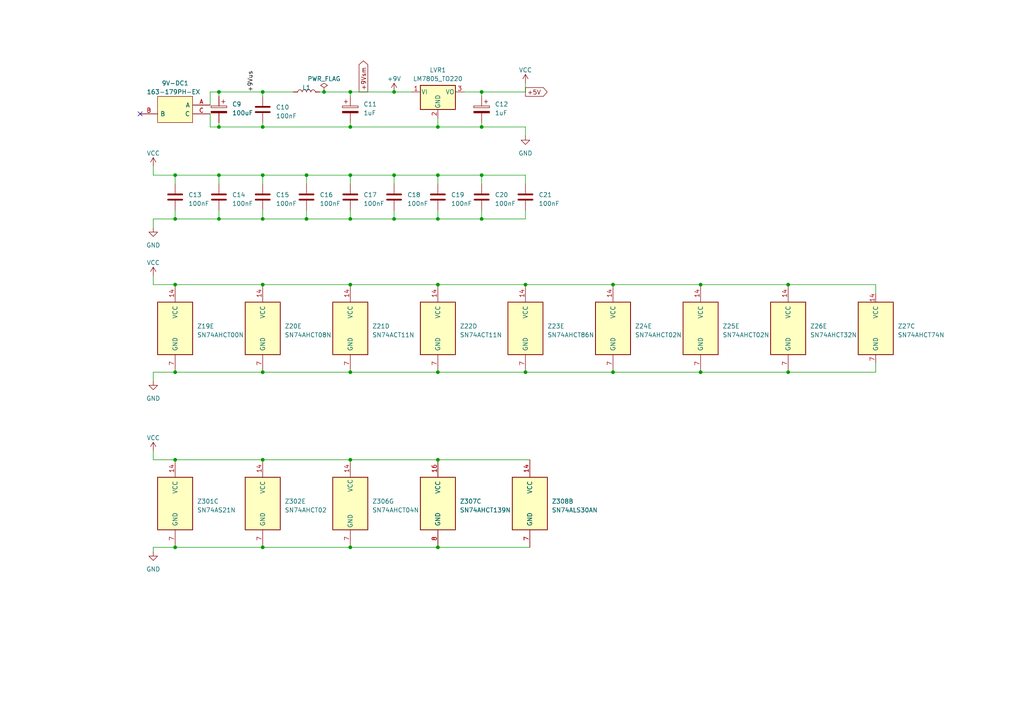
<source format=kicad_sch>
(kicad_sch (version 20211123) (generator eeschema)
  (paper "A4")
  (title_block (title "JupiterAce Z80 plus KIO and new memory format.") (date "2020-05-12") (rev "${REVNUM}") (company "Ontobus") (comment 1 "John Bradley") (comment 2 "https://creativecommons.org/licenses/by-nc-sa/4.0/") (comment 3 "Attribution-NonCommercial-ShareAlike 4.0 International License.") (comment 4 "This work is licensed under a Creative Commons "))
  (lib_symbols
    (symbol "74xx-FIX:74LS21" (pin_names (offset 1.016))
      (property "Reference" "U" (at 0 1.27 0))
      (property "Value" "74LS21" (at 0 -1.27 0))
      (symbol "74LS21_1_0"
        (pin no_connect line (at 2.54 -2.54 180) (length 2.54) hide (name "") (number "11"))
        (pin no_connect line (at 2.54 -1.27 180) (length 2.54) hide (name "") (number "3"))
      )
      (symbol "74LS21_1_1"
        (pin input line (at -7.62 3.81 0) (length 3.81) (name "~") (number "1"))
        (pin input line (at -7.62 1.27 0) (length 3.81) (name "~") (number "2"))
        (pin input line (at -7.62 -1.27 0) (length 3.81) (name "~") (number "4"))
        (pin input line (at -7.62 -3.81 0) (length 3.81) (name "~") (number "5"))
        (pin output line (at 7.62 0 180) (length 3.81) (name "~") (number "6"))
      )
      (symbol "74LS21_1_2"
        (pin input inverted (at -7.62 3.81 0) (length 3.81) (name "~") (number "1"))
        (pin input inverted (at -7.62 1.27 0) (length 4.826) (name "~") (number "2"))
        (pin input inverted (at -7.62 -1.27 0) (length 4.826) (name "~") (number "4"))
        (pin input inverted (at -7.62 -3.81 0) (length 3.81) (name "~") (number "5"))
        (pin output inverted (at 7.62 0 180) (length 3.81) (name "~") (number "6"))
      )
      (symbol "74LS21_2_1"
        (pin input line (at -7.62 1.27 0) (length 3.81) (name "~") (number "10"))
        (pin input line (at -7.62 -1.27 0) (length 3.81) (name "~") (number "12"))
        (pin input line (at -7.62 -3.81 0) (length 3.81) (name "~") (number "13"))
        (pin output line (at 7.62 0 180) (length 3.81) (name "~") (number "8"))
        (pin input line (at -7.62 3.81 0) (length 3.81) (name "~") (number "9"))
      )
      (symbol "74LS21_2_2"
        (pin input inverted (at -7.62 1.27 0) (length 4.826) (name "~") (number "10"))
        (pin input inverted (at -7.62 -1.27 0) (length 4.826) (name "~") (number "12"))
        (pin input inverted (at -7.62 -3.81 0) (length 3.81) (name "~") (number "13"))
        (pin output inverted (at 7.62 0 180) (length 3.81) (name "~") (number "8"))
        (pin input inverted (at -7.62 3.81 0) (length 3.81) (name "~") (number "9"))
      )
      (symbol "74LS21_3_0"
        (pin power_in line (at 0 12.7 270) (length 5.08) (name "VCC") (number "14"))
        (pin power_in line (at 0 -12.7 90) (length 5.08) (name "GND") (number "7"))
      )
    )
    (symbol "74xx-FIX:74LS30" (pin_names (offset 1.016))
      (property "Reference" "U" (at 0 1.27 0))
      (property "Value" "74LS30" (at 0 -1.27 0))
      (symbol "74LS30_1_0"
        (pin no_connect line (at 0 -5.08 0) (length 2.54) hide (name "") (number "10"))
        (pin no_connect line (at -1.27 -6.35 0) (length 2.54) hide (name "") (number "13"))
        (pin no_connect line (at 0 -6.35 0) (length 2.54) hide (name "") (number "9"))
      )
      (symbol "74LS30_1_1"
        (pin input line (at -7.62 7.62 0) (length 3.81) (name "~") (number "1"))
        (pin input line (at -7.62 -7.62 0) (length 3.81) (name "~") (number "11"))
        (pin input line (at -7.62 -10.16 0) (length 3.81) (name "~") (number "12"))
        (pin input line (at -7.62 5.08 0) (length 3.81) (name "~") (number "2"))
        (pin input line (at -7.62 2.54 0) (length 3.81) (name "~") (number "3"))
        (pin input line (at -7.62 0 0) (length 3.81) (name "~") (number "4"))
        (pin input line (at -7.62 -2.54 0) (length 3.81) (name "~") (number "5"))
        (pin input line (at -7.62 -5.08 0) (length 3.81) (name "~") (number "6"))
        (pin output inverted (at 7.62 0 180) (length 3.81) (name "~") (number "8"))
      )
      (symbol "74LS30_1_2"
        (pin input inverted (at -7.62 7.62 0) (length 3.81) (name "~") (number "1"))
        (pin input inverted (at -7.62 -7.62 0) (length 3.81) (name "~") (number "11"))
        (pin input inverted (at -7.62 -10.16 0) (length 3.81) (name "~") (number "12"))
        (pin input inverted (at -7.62 5.08 0) (length 3.81) (name "~") (number "2"))
        (pin input inverted (at -7.62 2.54 0) (length 4.5466) (name "~") (number "3"))
        (pin input inverted (at -7.62 0 0) (length 5.08) (name "~") (number "4"))
        (pin input inverted (at -7.62 -2.54 0) (length 4.5466) (name "~") (number "5"))
        (pin input inverted (at -7.62 -5.08 0) (length 3.81) (name "~") (number "6"))
        (pin output line (at 7.62 0 180) (length 3.81) (name "~") (number "8"))
      )
      (symbol "74LS30_2_0"
        (pin power_in line (at 0 12.7 270) (length 5.08) (name "VCC") (number "14"))
        (pin power_in line (at 0 -12.7 90) (length 5.08) (name "GND") (number "7"))
      )
    )
    (symbol "74xx:74LS00" (pin_names (offset 1.016))
      (property "Reference" "U" (at 0 1.27 0))
      (property "Value" "74LS00" (at 0 -1.27 0))
      (symbol "74LS00_1_1"
        (pin input line (at -7.62 2.54 0) (length 3.81) (name "~") (number "1"))
        (pin input line (at -7.62 -2.54 0) (length 3.81) (name "~") (number "2"))
        (pin output inverted (at 7.62 0 180) (length 3.81) (name "~") (number "3"))
      )
      (symbol "74LS00_1_2"
        (pin input inverted (at -7.62 2.54 0) (length 4.318) (name "~") (number "1"))
        (pin input inverted (at -7.62 -2.54 0) (length 4.318) (name "~") (number "2"))
        (pin output line (at 7.62 0 180) (length 3.81) (name "~") (number "3"))
      )
      (symbol "74LS00_2_1"
        (pin input line (at -7.62 2.54 0) (length 3.81) (name "~") (number "4"))
        (pin input line (at -7.62 -2.54 0) (length 3.81) (name "~") (number "5"))
        (pin output inverted (at 7.62 0 180) (length 3.81) (name "~") (number "6"))
      )
      (symbol "74LS00_2_2"
        (pin input inverted (at -7.62 2.54 0) (length 4.318) (name "~") (number "4"))
        (pin input inverted (at -7.62 -2.54 0) (length 4.318) (name "~") (number "5"))
        (pin output line (at 7.62 0 180) (length 3.81) (name "~") (number "6"))
      )
      (symbol "74LS00_3_1"
        (pin input line (at -7.62 -2.54 0) (length 3.81) (name "~") (number "10"))
        (pin output inverted (at 7.62 0 180) (length 3.81) (name "~") (number "8"))
        (pin input line (at -7.62 2.54 0) (length 3.81) (name "~") (number "9"))
      )
      (symbol "74LS00_3_2"
        (pin input inverted (at -7.62 -2.54 0) (length 4.318) (name "~") (number "10"))
        (pin output line (at 7.62 0 180) (length 3.81) (name "~") (number "8"))
        (pin input inverted (at -7.62 2.54 0) (length 4.318) (name "~") (number "9"))
      )
      (symbol "74LS00_4_1"
        (pin output inverted (at 7.62 0 180) (length 3.81) (name "~") (number "11"))
        (pin input line (at -7.62 2.54 0) (length 3.81) (name "~") (number "12"))
        (pin input line (at -7.62 -2.54 0) (length 3.81) (name "~") (number "13"))
      )
      (symbol "74LS00_4_2"
        (pin output line (at 7.62 0 180) (length 3.81) (name "~") (number "11"))
        (pin input inverted (at -7.62 2.54 0) (length 4.318) (name "~") (number "12"))
        (pin input inverted (at -7.62 -2.54 0) (length 4.318) (name "~") (number "13"))
      )
      (symbol "74LS00_5_0"
        (pin power_in line (at 0 12.7 270) (length 5.08) (name "VCC") (number "14"))
        (pin power_in line (at 0 -12.7 90) (length 5.08) (name "GND") (number "7"))
      )
    )
    (symbol "74xx:74LS02" (pin_names (offset 1.016))
      (property "Reference" "U" (at 0 1.27 0))
      (property "Value" "74LS02" (at 0 -1.27 0))
      (symbol "74LS02_1_1"
        (pin output inverted (at 7.62 0 180) (length 3.81) (name "~") (number "1"))
        (pin input line (at -7.62 2.54 0) (length 4.318) (name "~") (number "2"))
        (pin input line (at -7.62 -2.54 0) (length 4.318) (name "~") (number "3"))
      )
      (symbol "74LS02_1_2"
        (pin output line (at 7.62 0 180) (length 3.81) (name "~") (number "1"))
        (pin input inverted (at -7.62 2.54 0) (length 3.81) (name "~") (number "2"))
        (pin input inverted (at -7.62 -2.54 0) (length 3.81) (name "~") (number "3"))
      )
      (symbol "74LS02_2_1"
        (pin output inverted (at 7.62 0 180) (length 3.81) (name "~") (number "4"))
        (pin input line (at -7.62 2.54 0) (length 4.318) (name "~") (number "5"))
        (pin input line (at -7.62 -2.54 0) (length 4.318) (name "~") (number "6"))
      )
      (symbol "74LS02_2_2"
        (pin output line (at 7.62 0 180) (length 3.81) (name "~") (number "4"))
        (pin input inverted (at -7.62 2.54 0) (length 3.81) (name "~") (number "5"))
        (pin input inverted (at -7.62 -2.54 0) (length 3.81) (name "~") (number "6"))
      )
      (symbol "74LS02_3_1"
        (pin output inverted (at 7.62 0 180) (length 3.81) (name "~") (number "10"))
        (pin input line (at -7.62 2.54 0) (length 4.318) (name "~") (number "8"))
        (pin input line (at -7.62 -2.54 0) (length 4.318) (name "~") (number "9"))
      )
      (symbol "74LS02_3_2"
        (pin output line (at 7.62 0 180) (length 3.81) (name "~") (number "10"))
        (pin input inverted (at -7.62 2.54 0) (length 3.81) (name "~") (number "8"))
        (pin input inverted (at -7.62 -2.54 0) (length 3.81) (name "~") (number "9"))
      )
      (symbol "74LS02_4_1"
        (pin input line (at -7.62 2.54 0) (length 4.318) (name "~") (number "11"))
        (pin input line (at -7.62 -2.54 0) (length 4.318) (name "~") (number "12"))
        (pin output inverted (at 7.62 0 180) (length 3.81) (name "~") (number "13"))
      )
      (symbol "74LS02_4_2"
        (pin input inverted (at -7.62 2.54 0) (length 3.81) (name "~") (number "11"))
        (pin input inverted (at -7.62 -2.54 0) (length 3.81) (name "~") (number "12"))
        (pin output line (at 7.62 0 180) (length 3.81) (name "~") (number "13"))
      )
      (symbol "74LS02_5_0"
        (pin power_in line (at 0 12.7 270) (length 5.08) (name "VCC") (number "14"))
        (pin power_in line (at 0 -12.7 90) (length 5.08) (name "GND") (number "7"))
      )
    )
    (symbol "74xx:74LS04"
      (property "Reference" "U" (at 0 1.27 0))
      (property "Value" "74LS04" (at 0 -1.27 0))
      (symbol "74LS04_1_0"
        (pin input line (at -7.62 0 0) (length 3.81) (name "~") (number "1"))
        (pin output inverted (at 7.62 0 180) (length 3.81) (name "~") (number "2"))
      )
      (symbol "74LS04_2_0"
        (pin input line (at -7.62 0 0) (length 3.81) (name "~") (number "3"))
        (pin output inverted (at 7.62 0 180) (length 3.81) (name "~") (number "4"))
      )
      (symbol "74LS04_3_0"
        (pin input line (at -7.62 0 0) (length 3.81) (name "~") (number "5"))
        (pin output inverted (at 7.62 0 180) (length 3.81) (name "~") (number "6"))
      )
      (symbol "74LS04_4_0"
        (pin output inverted (at 7.62 0 180) (length 3.81) (name "~") (number "8"))
        (pin input line (at -7.62 0 0) (length 3.81) (name "~") (number "9"))
      )
      (symbol "74LS04_5_0"
        (pin output inverted (at 7.62 0 180) (length 3.81) (name "~") (number "10"))
        (pin input line (at -7.62 0 0) (length 3.81) (name "~") (number "11"))
      )
      (symbol "74LS04_6_0"
        (pin output inverted (at 7.62 0 180) (length 3.81) (name "~") (number "12"))
        (pin input line (at -7.62 0 0) (length 3.81) (name "~") (number "13"))
      )
      (symbol "74LS04_7_0"
        (pin power_in line (at 0 12.7 270) (length 5.08) (name "VCC") (number "14"))
        (pin power_in line (at 0 -12.7 90) (length 5.08) (name "GND") (number "7"))
      )
    )
    (symbol "74xx:74LS08" (pin_names (offset 1.016))
      (property "Reference" "U" (at 0 1.27 0))
      (property "Value" "74LS08" (at 0 -1.27 0))
      (symbol "74LS08_1_1"
        (pin input line (at -7.62 2.54 0) (length 3.81) (name "~") (number "1"))
        (pin input line (at -7.62 -2.54 0) (length 3.81) (name "~") (number "2"))
        (pin output line (at 7.62 0 180) (length 3.81) (name "~") (number "3"))
      )
      (symbol "74LS08_1_2"
        (pin input inverted (at -7.62 2.54 0) (length 4.318) (name "~") (number "1"))
        (pin input inverted (at -7.62 -2.54 0) (length 4.318) (name "~") (number "2"))
        (pin output inverted (at 7.62 0 180) (length 3.81) (name "~") (number "3"))
      )
      (symbol "74LS08_2_1"
        (pin input line (at -7.62 2.54 0) (length 3.81) (name "~") (number "4"))
        (pin input line (at -7.62 -2.54 0) (length 3.81) (name "~") (number "5"))
        (pin output line (at 7.62 0 180) (length 3.81) (name "~") (number "6"))
      )
      (symbol "74LS08_2_2"
        (pin input inverted (at -7.62 2.54 0) (length 4.318) (name "~") (number "4"))
        (pin input inverted (at -7.62 -2.54 0) (length 4.318) (name "~") (number "5"))
        (pin output inverted (at 7.62 0 180) (length 3.81) (name "~") (number "6"))
      )
      (symbol "74LS08_3_1"
        (pin input line (at -7.62 -2.54 0) (length 3.81) (name "~") (number "10"))
        (pin output line (at 7.62 0 180) (length 3.81) (name "~") (number "8"))
        (pin input line (at -7.62 2.54 0) (length 3.81) (name "~") (number "9"))
      )
      (symbol "74LS08_3_2"
        (pin input inverted (at -7.62 -2.54 0) (length 4.318) (name "~") (number "10"))
        (pin output inverted (at 7.62 0 180) (length 3.81) (name "~") (number "8"))
        (pin input inverted (at -7.62 2.54 0) (length 4.318) (name "~") (number "9"))
      )
      (symbol "74LS08_4_1"
        (pin output line (at 7.62 0 180) (length 3.81) (name "~") (number "11"))
        (pin input line (at -7.62 2.54 0) (length 3.81) (name "~") (number "12"))
        (pin input line (at -7.62 -2.54 0) (length 3.81) (name "~") (number "13"))
      )
      (symbol "74LS08_4_2"
        (pin output inverted (at 7.62 0 180) (length 3.81) (name "~") (number "11"))
        (pin input inverted (at -7.62 2.54 0) (length 4.318) (name "~") (number "12"))
        (pin input inverted (at -7.62 -2.54 0) (length 4.318) (name "~") (number "13"))
      )
      (symbol "74LS08_5_0"
        (pin power_in line (at 0 12.7 270) (length 5.08) (name "VCC") (number "14"))
        (pin power_in line (at 0 -12.7 90) (length 5.08) (name "GND") (number "7"))
      )
    )
    (symbol "74xx:74LS11" (pin_names (offset 1.016))
      (property "Reference" "U" (at 0 1.27 0))
      (property "Value" "74LS11" (at 0 -1.27 0))
      (symbol "74LS11_1_1"
        (pin input line (at -7.62 2.54 0) (length 3.81) (name "~") (number "1"))
        (pin output line (at 7.62 0 180) (length 3.81) (name "~") (number "12"))
        (pin input line (at -7.62 -2.54 0) (length 3.81) (name "~") (number "13"))
        (pin input line (at -7.62 0 0) (length 3.81) (name "~") (number "2"))
      )
      (symbol "74LS11_1_2"
        (pin input inverted (at -7.62 2.54 0) (length 4.318) (name "~") (number "1"))
        (pin output inverted (at 7.62 0 180) (length 3.81) (name "~") (number "12"))
        (pin input inverted (at -7.62 -2.54 0) (length 4.318) (name "~") (number "13"))
        (pin input inverted (at -7.62 0 0) (length 4.953) (name "~") (number "2"))
      )
      (symbol "74LS11_2_1"
        (pin input line (at -7.62 2.54 0) (length 3.81) (name "~") (number "3"))
        (pin input line (at -7.62 0 0) (length 3.81) (name "~") (number "4"))
        (pin input line (at -7.62 -2.54 0) (length 3.81) (name "~") (number "5"))
        (pin output line (at 7.62 0 180) (length 3.81) (name "~") (number "6"))
      )
      (symbol "74LS11_2_2"
        (pin input inverted (at -7.62 2.54 0) (length 4.318) (name "~") (number "3"))
        (pin input inverted (at -7.62 0 0) (length 4.953) (name "~") (number "4"))
        (pin input inverted (at -7.62 -2.54 0) (length 4.318) (name "~") (number "5"))
        (pin output inverted (at 7.62 0 180) (length 3.81) (name "~") (number "6"))
      )
      (symbol "74LS11_3_1"
        (pin input line (at -7.62 0 0) (length 3.81) (name "~") (number "10"))
        (pin input line (at -7.62 -2.54 0) (length 3.81) (name "~") (number "11"))
        (pin output line (at 7.62 0 180) (length 3.81) (name "~") (number "8"))
        (pin input line (at -7.62 2.54 0) (length 3.81) (name "~") (number "9"))
      )
      (symbol "74LS11_3_2"
        (pin input inverted (at -7.62 0 0) (length 4.953) (name "~") (number "10"))
        (pin input inverted (at -7.62 -2.54 0) (length 4.318) (name "~") (number "11"))
        (pin output inverted (at 7.62 0 180) (length 3.81) (name "~") (number "8"))
        (pin input inverted (at -7.62 2.54 0) (length 4.318) (name "~") (number "9"))
      )
      (symbol "74LS11_4_0"
        (pin power_in line (at 0 12.7 270) (length 5.08) (name "VCC") (number "14"))
        (pin power_in line (at 0 -12.7 90) (length 5.08) (name "GND") (number "7"))
      )
    )
    (symbol "74xx:74LS139" (pin_names (offset 1.016))
      (property "Reference" "U" (at -7.62 8.89 0))
      (property "Value" "74LS139" (at -7.62 -8.89 0))
      (symbol "74LS139_1_0"
        (pin input inverted (at -12.7 -5.08 0) (length 5.08) (name "E") (number "1"))
        (pin input line (at -12.7 0 0) (length 5.08) (name "A0") (number "2"))
        (pin input line (at -12.7 2.54 0) (length 5.08) (name "A1") (number "3"))
        (pin output inverted (at 12.7 2.54 180) (length 5.08) (name "O0") (number "4"))
        (pin output inverted (at 12.7 0 180) (length 5.08) (name "O1") (number "5"))
        (pin output inverted (at 12.7 -2.54 180) (length 5.08) (name "O2") (number "6"))
        (pin output inverted (at 12.7 -5.08 180) (length 5.08) (name "O3") (number "7"))
      )
      (symbol "74LS139_2_0"
        (pin output inverted (at 12.7 -2.54 180) (length 5.08) (name "O2") (number "10"))
        (pin output inverted (at 12.7 0 180) (length 5.08) (name "O1") (number "11"))
        (pin output inverted (at 12.7 2.54 180) (length 5.08) (name "O0") (number "12"))
        (pin input line (at -12.7 2.54 0) (length 5.08) (name "A1") (number "13"))
        (pin input line (at -12.7 0 0) (length 5.08) (name "A0") (number "14"))
        (pin input inverted (at -12.7 -5.08 0) (length 5.08) (name "E") (number "15"))
        (pin output inverted (at 12.7 -5.08 180) (length 5.08) (name "O3") (number "9"))
      )
      (symbol "74LS139_3_0"
        (pin power_in line (at 0 12.7 270) (length 5.08) (name "VCC") (number "16"))
        (pin power_in line (at 0 -12.7 90) (length 5.08) (name "GND") (number "8"))
      )
    )
    (symbol "74xx:74LS32" (pin_names (offset 1.016))
      (property "Reference" "U" (at 0 1.27 0))
      (property "Value" "74LS32" (at 0 -1.27 0))
      (symbol "74LS32_1_1"
        (pin input line (at -7.62 2.54 0) (length 4.318) (name "~") (number "1"))
        (pin input line (at -7.62 -2.54 0) (length 4.318) (name "~") (number "2"))
        (pin output line (at 7.62 0 180) (length 3.81) (name "~") (number "3"))
      )
      (symbol "74LS32_1_2"
        (pin input inverted (at -7.62 2.54 0) (length 3.81) (name "~") (number "1"))
        (pin input inverted (at -7.62 -2.54 0) (length 3.81) (name "~") (number "2"))
        (pin output inverted (at 7.62 0 180) (length 3.81) (name "~") (number "3"))
      )
      (symbol "74LS32_2_1"
        (pin input line (at -7.62 2.54 0) (length 4.318) (name "~") (number "4"))
        (pin input line (at -7.62 -2.54 0) (length 4.318) (name "~") (number "5"))
        (pin output line (at 7.62 0 180) (length 3.81) (name "~") (number "6"))
      )
      (symbol "74LS32_2_2"
        (pin input inverted (at -7.62 2.54 0) (length 3.81) (name "~") (number "4"))
        (pin input inverted (at -7.62 -2.54 0) (length 3.81) (name "~") (number "5"))
        (pin output inverted (at 7.62 0 180) (length 3.81) (name "~") (number "6"))
      )
      (symbol "74LS32_3_1"
        (pin input line (at -7.62 -2.54 0) (length 4.318) (name "~") (number "10"))
        (pin output line (at 7.62 0 180) (length 3.81) (name "~") (number "8"))
        (pin input line (at -7.62 2.54 0) (length 4.318) (name "~") (number "9"))
      )
      (symbol "74LS32_3_2"
        (pin input inverted (at -7.62 -2.54 0) (length 3.81) (name "~") (number "10"))
        (pin output inverted (at 7.62 0 180) (length 3.81) (name "~") (number "8"))
        (pin input inverted (at -7.62 2.54 0) (length 3.81) (name "~") (number "9"))
      )
      (symbol "74LS32_4_1"
        (pin output line (at 7.62 0 180) (length 3.81) (name "~") (number "11"))
        (pin input line (at -7.62 2.54 0) (length 4.318) (name "~") (number "12"))
        (pin input line (at -7.62 -2.54 0) (length 4.318) (name "~") (number "13"))
      )
      (symbol "74LS32_4_2"
        (pin output inverted (at 7.62 0 180) (length 3.81) (name "~") (number "11"))
        (pin input inverted (at -7.62 2.54 0) (length 3.81) (name "~") (number "12"))
        (pin input inverted (at -7.62 -2.54 0) (length 3.81) (name "~") (number "13"))
      )
      (symbol "74LS32_5_0"
        (pin power_in line (at 0 12.7 270) (length 5.08) (name "VCC") (number "14"))
        (pin power_in line (at 0 -12.7 90) (length 5.08) (name "GND") (number "7"))
      )
    )
    (symbol "74xx:74LS74" (pin_names (offset 1.016))
      (property "Reference" "U" (at -7.62 8.89 0))
      (property "Value" "74LS74" (at -7.62 -8.89 0))
      (symbol "74LS74_1_0"
        (pin input line (at 0 -7.62 90) (length 2.54) (name "~{R}") (number "1"))
        (pin input line (at -7.62 2.54 0) (length 2.54) (name "D") (number "2"))
        (pin input clock (at -7.62 0 0) (length 2.54) (name "C") (number "3"))
        (pin input line (at 0 7.62 270) (length 2.54) (name "~{S}") (number "4"))
        (pin output line (at 7.62 2.54 180) (length 2.54) (name "Q") (number "5"))
        (pin output line (at 7.62 -2.54 180) (length 2.54) (name "~{Q}") (number "6"))
      )
      (symbol "74LS74_2_0"
        (pin input line (at 0 7.62 270) (length 2.54) (name "~{S}") (number "10"))
        (pin input clock (at -7.62 0 0) (length 2.54) (name "C") (number "11"))
        (pin input line (at -7.62 2.54 0) (length 2.54) (name "D") (number "12"))
        (pin input line (at 0 -7.62 90) (length 2.54) (name "~{R}") (number "13"))
        (pin output line (at 7.62 -2.54 180) (length 2.54) (name "~{Q}") (number "8"))
        (pin output line (at 7.62 2.54 180) (length 2.54) (name "Q") (number "9"))
      )
      (symbol "74LS74_3_0"
        (pin power_in line (at 0 10.16 270) (length 2.54) (name "VCC") (number "14"))
        (pin power_in line (at 0 -10.16 90) (length 2.54) (name "GND") (number "7"))
      )
    )
    (symbol "74xx:74LS86" (pin_names (offset 1.016))
      (property "Reference" "U" (at 0 1.27 0))
      (property "Value" "74LS86" (at 0 -1.27 0))
      (symbol "74LS86_1_0"
        (pin input line (at -7.62 2.54 0) (length 4.445) (name "~") (number "1"))
        (pin input line (at -7.62 -2.54 0) (length 4.445) (name "~") (number "2"))
        (pin output line (at 7.62 0 180) (length 3.81) (name "~") (number "3"))
      )
      (symbol "74LS86_2_0"
        (pin input line (at -7.62 2.54 0) (length 4.445) (name "~") (number "4"))
        (pin input line (at -7.62 -2.54 0) (length 4.445) (name "~") (number "5"))
        (pin output line (at 7.62 0 180) (length 3.81) (name "~") (number "6"))
      )
      (symbol "74LS86_3_0"
        (pin input line (at -7.62 -2.54 0) (length 4.445) (name "~") (number "10"))
        (pin output line (at 7.62 0 180) (length 3.81) (name "~") (number "8"))
        (pin input line (at -7.62 2.54 0) (length 4.445) (name "~") (number "9"))
      )
      (symbol "74LS86_4_0"
        (pin output line (at 7.62 0 180) (length 3.81) (name "~") (number "11"))
        (pin input line (at -7.62 2.54 0) (length 4.445) (name "~") (number "12"))
        (pin input line (at -7.62 -2.54 0) (length 4.445) (name "~") (number "13"))
      )
      (symbol "74LS86_5_0"
        (pin power_in line (at 0 12.7 270) (length 5.08) (name "VCC") (number "14"))
        (pin power_in line (at 0 -12.7 90) (length 5.08) (name "GND") (number "7"))
      )
    )
    (symbol "Device:C" (pin_numbers hide) (pin_names (offset 0.254))
      (property "Reference" "C" (at 0.635 2.54 0))
      (property "Value" "C" (at 0.635 -2.54 0))
      (symbol "C_1_1"
        (pin passive line (at 0 3.81 270) (length 2.794) (name "~") (number "1"))
        (pin passive line (at 0 -3.81 90) (length 2.794) (name "~") (number "2"))
      )
    )
    (symbol "Device:C_Polarized" (pin_numbers hide) (pin_names (offset 0.254))
      (property "Reference" "C" (at 0.635 2.54 0))
      (property "Value" "C_Polarized" (at 0.635 -2.54 0))
      (symbol "C_Polarized_1_1"
        (pin passive line (at 0 3.81 270) (length 2.794) (name "~") (number "1"))
        (pin passive line (at 0 -3.81 90) (length 2.794) (name "~") (number "2"))
      )
    )
    (symbol "Device:L" (pin_numbers hide) (pin_names (offset 1.016) hide)
      (property "Reference" "L" (at -1.27 0 90))
      (property "Value" "L" (at 1.905 0 90))
      (symbol "L_1_1"
        (pin passive line (at 0 3.81 270) (length 1.27) (name "1") (number "1"))
        (pin passive line (at 0 -3.81 90) (length 1.27) (name "2") (number "2"))
      )
    )
    (symbol "ExtraSymbols:163-179PH-EX" (pin_names (offset 0.762))
      (property "Reference" "J" (at 16.51 7.62 0))
      (property "Value" "163-179PH-EX" (at 16.51 5.08 0))
      (symbol "163-179PH-EX_0_0"
        (pin power_out line (at 20.32 -2.54 180) (length 5.08) (name "A") (number "A"))
        (pin power_out line (at 0 0 0) (length 5.08) (name "B") (number "B"))
        (pin power_out line (at 20.32 0 180) (length 5.08) (name "C") (number "C"))
      )
    )
    (symbol "Regulator_Linear:LM7805_TO220" (pin_names (offset 0.254))
      (property "Reference" "U" (at -3.81 3.175 0))
      (property "Value" "LM7805_TO220" (at 0 3.175 0))
      (symbol "LM7805_TO220_1_1"
        (pin power_in line (at -7.62 0 0) (length 2.54) (name "VI") (number "1"))
        (pin power_in line (at 0 -7.62 90) (length 2.54) (name "GND") (number "2"))
        (pin power_out line (at 7.62 0 180) (length 2.54) (name "VO") (number "3"))
      )
    )
    (symbol "power:+9V" (power) (pin_names (offset 0))
      (property "Value" "+9V" (at 0 3.556 0))
      (symbol "+9V_1_1"
        (pin power_in line (at 0 0 90) (length 0) hide (name "+9V") (number "1"))
      )
    )
    (symbol "power:GND" (power) (pin_names (offset 0))
      (property "Value" "GND" (at 0 -3.81 0))
      (symbol "GND_1_1"
        (pin power_in line (at 0 0 270) (length 0) hide (name "GND") (number "1"))
      )
    )
    (symbol "power:PWR_FLAG" (power) (pin_numbers hide) (pin_names (offset 0) hide)
      (property "Value" "PWR_FLAG" (at 0 3.81 0))
      (symbol "PWR_FLAG_0_0"
        (pin power_out line (at 0 0 90) (length 0) (name "pwr") (number "1"))
      )
    )
    (symbol "power:VCC" (power) (pin_names (offset 0))
      (property "Value" "VCC" (at 0 3.81 0))
      (symbol "VCC_1_1"
        (pin power_in line (at 0 0 90) (length 0) hide (name "VCC") (number "1"))
      )
    )
  )
  (junction (at 101.6 82.55))
  (junction (at 63.5 50.8))
  (junction (at 152.4 107.95))
  (junction (at 139.7 50.8))
  (junction (at 203.2 107.95))
  (junction (at 139.7 36.83))
  (junction (at 127 36.83))
  (junction (at 50.8 63.5))
  (junction (at 50.8 133.35))
  (junction (at 76.2 50.8))
  (junction (at 93.98 26.67))
  (junction (at 63.5 63.5))
  (junction (at 127 50.8))
  (junction (at 63.5 36.83))
  (junction (at 101.6 107.95))
  (junction (at 88.9 63.5))
  (junction (at 101.6 26.67))
  (junction (at 114.3 26.67))
  (junction (at 76.2 158.75))
  (junction (at 139.7 63.5))
  (junction (at 177.8 107.95))
  (junction (at 63.5 26.67))
  (junction (at 50.8 50.8))
  (junction (at 101.6 36.83))
  (junction (at 127 158.75))
  (junction (at 76.2 63.5))
  (junction (at 76.2 36.83))
  (junction (at 101.6 133.35))
  (junction (at 228.6 107.95))
  (junction (at 101.6 158.75))
  (junction (at 50.8 158.75))
  (junction (at 50.8 82.55))
  (junction (at 76.2 82.55))
  (junction (at 228.6 82.55))
  (junction (at 203.2 82.55))
  (junction (at 152.4 82.55))
  (junction (at 101.6 63.5))
  (junction (at 127 82.55))
  (junction (at 127 133.35))
  (junction (at 101.6 50.8))
  (junction (at 76.2 133.35))
  (junction (at 139.7 26.67))
  (junction (at 114.3 50.8))
  (junction (at 127 107.95))
  (junction (at 177.8 82.55))
  (junction (at 50.8 107.95))
  (junction (at 88.9 50.8))
  (junction (at 114.3 63.5))
  (junction (at 76.2 107.95))
  (junction (at 76.2 26.67))
  (junction (at 127 63.5))
  (no_connect (at 40.64 33.02))
  (wire (pts (xy 203.2 82.55) (xy 228.6 82.55)))
  (wire (pts (xy 88.9 53.34) (xy 88.9 50.8)))
  (wire (pts (xy 60.96 30.48) (xy 60.96 26.67)))
  (wire (pts (xy 134.62 26.67) (xy 139.7 26.67)))
  (wire (pts (xy 127 50.8) (xy 139.7 50.8)))
  (wire (pts (xy 50.8 133.35) (xy 76.2 133.35)))
  (wire (pts (xy 203.2 107.95) (xy 228.6 107.95)))
  (wire (pts (xy 60.96 36.83) (xy 60.96 33.02)))
  (wire (pts (xy 114.3 53.34) (xy 114.3 50.8)))
  (wire (pts (xy 63.5 63.5) (xy 76.2 63.5)))
  (wire (pts (xy 63.5 60.96) (xy 63.5 63.5)))
  (wire (pts (xy 76.2 82.55) (xy 101.6 82.55)))
  (wire (pts (xy 44.45 50.8) (xy 50.8 50.8)))
  (wire (pts (xy 76.2 35.56) (xy 76.2 36.83)))
  (wire (pts (xy 139.7 60.96) (xy 139.7 63.5)))
  (wire (pts (xy 127 107.95) (xy 152.4 107.95)))
  (wire (pts (xy 101.6 35.56) (xy 101.6 36.83)))
  (wire (pts (xy 152.4 107.95) (xy 177.8 107.95)))
  (wire (pts (xy 50.8 63.5) (xy 63.5 63.5)))
  (wire (pts (xy 127 60.96) (xy 127 63.5)))
  (wire (pts (xy 76.2 63.5) (xy 88.9 63.5)))
  (wire (pts (xy 139.7 50.8) (xy 152.4 50.8)))
  (wire (pts (xy 139.7 27.94) (xy 139.7 26.67)))
  (wire (pts (xy 177.8 82.55) (xy 203.2 82.55)))
  (wire (pts (xy 76.2 53.34) (xy 76.2 50.8)))
  (wire (pts (xy 50.8 82.55) (xy 76.2 82.55)))
  (wire (pts (xy 63.5 26.67) (xy 76.2 26.67)))
  (wire (pts (xy 44.45 133.35) (xy 50.8 133.35)))
  (wire (pts (xy 50.8 53.34) (xy 50.8 50.8)))
  (wire (pts (xy 101.6 107.95) (xy 127 107.95)))
  (wire (pts (xy 44.45 158.75) (xy 50.8 158.75)))
  (wire (pts (xy 127 63.5) (xy 139.7 63.5)))
  (wire (pts (xy 50.8 60.96) (xy 50.8 63.5)))
  (wire (pts (xy 101.6 82.55) (xy 127 82.55)))
  (wire (pts (xy 76.2 60.96) (xy 76.2 63.5)))
  (wire (pts (xy 60.96 36.83) (xy 63.5 36.83)))
  (wire (pts (xy 76.2 26.67) (xy 85.09 26.67)))
  (wire (pts (xy 101.6 50.8) (xy 114.3 50.8)))
  (wire (pts (xy 127 158.75) (xy 153.67 158.75)))
  (wire (pts (xy 44.45 160.02) (xy 44.45 158.75)))
  (wire (pts (xy 139.7 26.67) (xy 152.4 26.67)))
  (wire (pts (xy 152.4 26.67) (xy 152.4 24.13)))
  (wire (pts (xy 44.45 107.95) (xy 50.8 107.95)))
  (wire (pts (xy 60.96 26.67) (xy 63.5 26.67)))
  (wire (pts (xy 63.5 53.34) (xy 63.5 50.8)))
  (wire (pts (xy 254 82.55) (xy 254 85.09)))
  (wire (pts (xy 44.45 107.95) (xy 44.45 110.49)))
  (wire (pts (xy 139.7 35.56) (xy 139.7 36.83)))
  (wire (pts (xy 228.6 82.55) (xy 254 82.55)))
  (wire (pts (xy 127 82.55) (xy 152.4 82.55)))
  (wire (pts (xy 44.45 133.35) (xy 44.45 130.81)))
  (wire (pts (xy 254 107.95) (xy 254 105.41)))
  (wire (pts (xy 127 34.29) (xy 127 36.83)))
  (wire (pts (xy 93.98 26.67) (xy 101.6 26.67)))
  (wire (pts (xy 50.8 158.75) (xy 76.2 158.75)))
  (wire (pts (xy 88.9 63.5) (xy 101.6 63.5)))
  (wire (pts (xy 101.6 63.5) (xy 114.3 63.5)))
  (wire (pts (xy 44.45 82.55) (xy 44.45 80.01)))
  (wire (pts (xy 152.4 36.83) (xy 152.4 39.37)))
  (wire (pts (xy 152.4 60.96) (xy 152.4 63.5)))
  (wire (pts (xy 114.3 60.96) (xy 114.3 63.5)))
  (wire (pts (xy 76.2 50.8) (xy 88.9 50.8)))
  (wire (pts (xy 114.3 26.67) (xy 119.38 26.67)))
  (wire (pts (xy 76.2 133.35) (xy 101.6 133.35)))
  (wire (pts (xy 152.4 82.55) (xy 177.8 82.55)))
  (wire (pts (xy 101.6 53.34) (xy 101.6 50.8)))
  (wire (pts (xy 101.6 36.83) (xy 127 36.83)))
  (wire (pts (xy 152.4 53.34) (xy 152.4 50.8)))
  (wire (pts (xy 44.45 63.5) (xy 44.45 66.04)))
  (wire (pts (xy 76.2 36.83) (xy 101.6 36.83)))
  (wire (pts (xy 228.6 107.95) (xy 254 107.95)))
  (wire (pts (xy 127 36.83) (xy 139.7 36.83)))
  (wire (pts (xy 50.8 50.8) (xy 63.5 50.8)))
  (wire (pts (xy 88.9 60.96) (xy 88.9 63.5)))
  (wire (pts (xy 76.2 107.95) (xy 101.6 107.95)))
  (wire (pts (xy 63.5 27.94) (xy 63.5 26.67)))
  (wire (pts (xy 101.6 26.67) (xy 114.3 26.67)))
  (wire (pts (xy 88.9 50.8) (xy 101.6 50.8)))
  (wire (pts (xy 76.2 26.67) (xy 76.2 27.94)))
  (wire (pts (xy 63.5 50.8) (xy 76.2 50.8)))
  (wire (pts (xy 44.45 82.55) (xy 50.8 82.55)))
  (wire (pts (xy 101.6 133.35) (xy 127 133.35)))
  (wire (pts (xy 101.6 158.75) (xy 127 158.75)))
  (wire (pts (xy 139.7 36.83) (xy 152.4 36.83)))
  (wire (pts (xy 139.7 63.5) (xy 152.4 63.5)))
  (wire (pts (xy 101.6 26.67) (xy 101.6 27.94)))
  (wire (pts (xy 44.45 50.8) (xy 44.45 48.26)))
  (wire (pts (xy 101.6 60.96) (xy 101.6 63.5)))
  (wire (pts (xy 177.8 107.95) (xy 203.2 107.95)))
  (wire (pts (xy 92.71 26.67) (xy 93.98 26.67)))
  (wire (pts (xy 114.3 63.5) (xy 127 63.5)))
  (wire (pts (xy 50.8 107.95) (xy 76.2 107.95)))
  (wire (pts (xy 139.7 53.34) (xy 139.7 50.8)))
  (wire (pts (xy 63.5 36.83) (xy 76.2 36.83)))
  (wire (pts (xy 44.45 63.5) (xy 50.8 63.5)))
  (wire (pts (xy 63.5 35.56) (xy 63.5 36.83)))
  (wire (pts (xy 127 53.34) (xy 127 50.8)))
  (wire (pts (xy 114.3 50.8) (xy 127 50.8)))
  (wire (pts (xy 76.2 158.75) (xy 101.6 158.75)))
  (wire (pts (xy 127 133.35) (xy 153.67 133.35)))
  (label "+9Vus" (at 73.66 26.67 90))
  (global_label "+5V" (shape output) (at 152.4 26.67 0) (property "Intersheet References" "${INTERSHEET_REFS}" (at 158.5947 26.5906 0) (effects (justify left))))
  (global_label "+9Vsm" (shape output) (at 105.41 26.67 90) (property "Intersheet References" "${INTERSHEET_REFS}" (at 105.3306 17.7539 90) (effects (justify left))))
  (symbol (lib_id "ExtraSymbols:163-179PH-EX") (at 40.64 33.02 0) (mirror x) (unit 1)
    (property "Reference" "9V-DC1" (at 50.8 24.13 0))
    (property "Value" "163-179PH-EX " (at 50.8 26.67 0))
    (property "Footprint" "ExtraFootprints:163179PHEX" (effects hide))
    (property "Datasheet" "https://componentsearchengine.com/Datasheets/1/163-179PH-EX.pdf" (effects hide))
    (property "Manufacturer_Name" "Kobiconn" (effects hide))
    (property "Manufacturer_Part_Number" "163-179PH-EX" (effects hide))
    (property "Description" "DC Power Connectors PCB 2.1MM" (effects hide))
    (property "Height" "11" (effects hide))
    (property "Mouser Part Number" "163-179PH-EX" (effects hide))
    (property "Mouser Price/Stock" "https://www.mouser.co.uk/ProductDetail/Kobiconn/163-179PH-EX?qs=Xb8IjHhkxj5l2UOaIqcGCw%3D%3D" (effects hide))
  )
  (symbol (lib_id "Device:C") (at 76.2 57.15 180) (unit 1)
    (property "Reference" "C15" (at 80.01 56.515 0) (effects (justify right)))
    (property "Value" "100nF" (at 80.01 59.055 0) (effects (justify right)))
    (property "Footprint" "Capacitor_THT:C_Disc_D5.0mm_W2.5mm_P5.00mm" (effects hide))
    (property "Height" "3" (effects hide))
    (property "Manufacturer_Name" "Vishay" (effects hide))
    (property "Manufacturer_Part_Number" "K104K15X7RF53H5" (effects hide))
    (property "Allied_Number" "70122995" (effects hide))
  )
  (symbol (lib_id "Device:C") (at 88.9 57.15 180) (unit 1)
    (property "Reference" "C16" (at 92.71 56.515 0) (effects (justify right)))
    (property "Value" "100nF" (at 92.71 59.055 0) (effects (justify right)))
    (property "Footprint" "Capacitor_THT:C_Disc_D5.0mm_W2.5mm_P5.00mm" (effects hide))
    (property "Height" "3" (effects hide))
    (property "Manufacturer_Name" "Vishay" (effects hide))
    (property "Manufacturer_Part_Number" "K104K15X7RF53H5" (effects hide))
    (property "Allied_Number" "70122995" (effects hide))
  )
  (symbol (lib_id "Device:C") (at 101.6 57.15 180) (unit 1)
    (property "Reference" "C17" (at 105.41 56.515 0) (effects (justify right)))
    (property "Value" "100nF" (at 105.41 59.055 0) (effects (justify right)))
    (property "Footprint" "Capacitor_THT:C_Disc_D5.0mm_W2.5mm_P5.00mm" (effects hide))
    (property "Height" "3" (effects hide))
    (property "Manufacturer_Name" "Vishay" (effects hide))
    (property "Manufacturer_Part_Number" "K104K15X7RF53H5" (effects hide))
    (property "Allied_Number" "70122995" (effects hide))
  )
  (symbol (lib_id "Device:C") (at 114.3 57.15 180) (unit 1)
    (property "Reference" "C18" (at 118.11 56.515 0) (effects (justify right)))
    (property "Value" "100nF" (at 118.11 59.055 0) (effects (justify right)))
    (property "Footprint" "Capacitor_THT:C_Disc_D5.0mm_W2.5mm_P5.00mm" (effects hide))
    (property "Height" "3" (effects hide))
    (property "Manufacturer_Name" "Vishay" (effects hide))
    (property "Manufacturer_Part_Number" "K104K15X7RF53H5" (effects hide))
    (property "Allied_Number" "70122995" (effects hide))
  )
  (symbol (lib_id "Device:C") (at 127 57.15 180) (unit 1)
    (property "Reference" "C19" (at 130.81 56.515 0) (effects (justify right)))
    (property "Value" "100nF" (at 130.81 59.055 0) (effects (justify right)))
    (property "Footprint" "Capacitor_THT:C_Disc_D5.0mm_W2.5mm_P5.00mm" (effects hide))
    (property "Height" "3" (effects hide))
    (property "Manufacturer_Name" "Vishay" (effects hide))
    (property "Manufacturer_Part_Number" "K104K15X7RF53H5" (effects hide))
    (property "Allied_Number" "70122995" (effects hide))
  )
  (symbol (lib_id "Device:C") (at 139.7 57.15 180) (unit 1)
    (property "Reference" "C20" (at 143.51 56.515 0) (effects (justify right)))
    (property "Value" "100nF" (at 143.51 59.055 0) (effects (justify right)))
    (property "Footprint" "Capacitor_THT:C_Disc_D5.0mm_W2.5mm_P5.00mm" (effects hide))
    (property "Height" "3" (effects hide))
    (property "Manufacturer_Name" "Vishay" (effects hide))
    (property "Manufacturer_Part_Number" "K104K15X7RF53H5" (effects hide))
    (property "Allied_Number" "70122995" (effects hide))
  )
  (symbol (lib_id "Device:C") (at 63.5 57.15 180) (unit 1)
    (property "Reference" "C14" (at 67.31 56.515 0) (effects (justify right)))
    (property "Value" "100nF" (at 67.31 59.055 0) (effects (justify right)))
    (property "Footprint" "Capacitor_THT:C_Disc_D5.0mm_W2.5mm_P5.00mm" (effects hide))
    (property "Height" "3" (effects hide))
    (property "Manufacturer_Name" "Vishay" (effects hide))
    (property "Manufacturer_Part_Number" "K104K15X7RF53H5" (effects hide))
    (property "Allied_Number" "70122995" (effects hide))
  )
  (symbol (lib_id "74xx:74LS139") (at 127 146.05 0) (unit 3)
    (property "Reference" "Z307" (at 133.35 145.415 0) (effects (justify left)))
    (property "Value" "SN74AHCT139N " (at 133.35 147.955 0) (effects (justify left)))
    (property "Footprint" "Package_DIP:DIP-16_W7.62mm" (effects hide))
    (property "Datasheet" "http://www.ti.com/lit/ds/symlink/sn74ls139a.pdf" (effects hide))
    (property "Manufacturer_Name" "Texas Instruments" (effects hide))
    (property "Manufacturer_Part_Number" "SN74AHCT139N" (effects hide))
  )
  (symbol (lib_id "Device:C") (at 76.2 31.75 180) (unit 1)
    (property "Reference" "C10" (at 80.01 31.115 0) (effects (justify right)))
    (property "Value" "100nF" (at 80.01 33.655 0) (effects (justify right)))
    (property "Footprint" "Capacitor_THT:C_Disc_D5.0mm_W2.5mm_P5.00mm" (effects hide))
    (property "Height" "3" (effects hide))
    (property "Manufacturer_Name" "Vishay" (effects hide))
    (property "Manufacturer_Part_Number" "K104K15X7RF53H5" (effects hide))
    (property "Allied_Number" "70122995" (effects hide))
  )
  (symbol (lib_id "Device:C_Polarized") (at 63.5 31.75 0) (mirror y) (unit 1)
    (property "Reference" "C9" (at 67.31 30.226 0) (effects (justify right)))
    (property "Value" "100uF" (at 67.31 32.766 0) (effects (justify right)))
    (property "Footprint" "Capacitor_THT:CP_Radial_D6.3mm_P2.50mm" (effects hide))
    (property "Height" "11" (effects hide))
    (property "Manufacturer_Name" "Lelon" (effects hide))
    (property "Manufacturer_Part_Number" "REA101M1CBK-0611P" (effects hide))
  )
  (symbol (lib_id "Device:C_Polarized") (at 139.7 31.75 0) (mirror y) (unit 1)
    (property "Reference" "C12" (at 143.51 30.226 0) (effects (justify right)))
    (property "Value" "1uF" (at 143.51 32.766 0) (effects (justify right)))
    (property "Footprint" "Capacitor_THT:CP_Radial_D6.3mm_P2.50mm" (effects hide))
    (property "Height" "11" (effects hide))
    (property "Manufacturer_Name" "Lelon" (effects hide))
    (property "Manufacturer_Part_Number" "REA101M1CBK-0611P" (effects hide))
  )
  (symbol (lib_id "power:PWR_FLAG") (at 93.98 26.67 0) (unit 1)
    (property "Reference" "#FLG0101" (effects hide))
    (property "Value" "PWR_FLAG" (at 93.98 22.86 0))
  )
  (symbol (lib_id "Device:C_Polarized") (at 101.6 31.75 0) (unit 1)
    (property "Reference" "C11" (at 105.41 30.226 0) (effects (justify left)))
    (property "Value" "1uF" (at 105.41 32.766 0) (effects (justify left)))
    (property "Footprint" "Capacitor_THT:CP_Radial_D6.3mm_P2.50mm" (effects hide))
    (property "Height" "11" (effects hide))
    (property "Manufacturer_Name" "Lelon" (effects hide))
    (property "Manufacturer_Part_Number" "REA101M1CBK-0611P" (effects hide))
  )
  (symbol (lib_id "74xx-FIX:74LS21") (at 50.8 146.05 0) (unit 3)
    (property "Reference" "Z301" (at 57.15 145.415 0) (effects (justify left)))
    (property "Value" "SN74AS21N" (at 57.15 147.955 0) (effects (justify left)))
    (property "Footprint" "Package_DIP:DIP-14_W7.62mm" (effects hide))
    (property "Datasheet" "http://www.ti.com/lit/gpn/sn74LS21" (effects hide))
    (property "Manufacturer_Part_Number" "SN74AS21N" (effects hide))
    (property "Manufacturer_Name" "Texas Instruments" (effects hide))
  )
  (symbol (lib_id "Device:C") (at 50.8 57.15 180) (unit 1)
    (property "Reference" "C13" (at 54.61 56.515 0) (effects (justify right)))
    (property "Value" "100nF" (at 54.61 59.055 0) (effects (justify right)))
    (property "Footprint" "Capacitor_THT:C_Disc_D5.0mm_W2.5mm_P5.00mm" (effects hide))
    (property "Height" "3" (effects hide))
    (property "Manufacturer_Name" "Vishay" (effects hide))
    (property "Manufacturer_Part_Number" "K104K15X7RF53H5" (effects hide))
  )
  (symbol (lib_id "74xx-FIX:74LS30") (at 153.67 146.05 0) (unit 2)
    (property "Reference" "Z308" (at 160.02 145.415 0) (effects (justify left)))
    (property "Value" "SN74ALS30AN " (at 160.02 147.955 0) (effects (justify left)))
    (property "Footprint" "Package_DIP:DIP-14_W7.62mm" (effects hide))
    (property "Datasheet" "http://www.ti.com/lit/gpn/sn74LS30" (effects hide))
    (property "Manufacturer_Part_Number" "SN74ALS30AN " (effects hide))
    (property "Manufacturer_Name" "Texas Instruments" (effects hide))
  )
  (symbol (lib_id "power:VCC") (at 44.45 48.26 0) (unit 1)
    (property "Reference" "#~PWR0178" (effects hide))
    (property "Value" "VCC" (at 44.45 44.45 0))
  )
  (symbol (lib_id "power:GND") (at 44.45 66.04 0) (unit 1)
    (property "Reference" "#~PWR0179" (effects hide))
    (property "Value" "GND" (at 44.45 71.12 0))
  )
  (symbol (lib_id "power:VCC") (at 44.45 80.01 0) (unit 1)
    (property "Reference" "#~PWR0180" (effects hide))
    (property "Value" "VCC" (at 44.45 76.2 0))
  )
  (symbol (lib_id "power:GND") (at 44.45 110.49 0) (unit 1)
    (property "Reference" "#~PWR0181" (effects hide))
    (property "Value" "GND" (at 44.45 115.57 0))
  )
  (symbol (lib_id "power:VCC") (at 44.45 130.81 0) (unit 1)
    (property "Reference" "#~PWR0182" (effects hide))
    (property "Value" "VCC" (at 44.45 127 0))
  )
  (symbol (lib_id "power:GND") (at 44.45 160.02 0) (unit 1)
    (property "Reference" "#~PWR0183" (effects hide))
    (property "Value" "GND" (at 44.45 165.1 0))
  )
  (symbol (lib_id "74xx:74LS02") (at 76.2 146.05 0) (unit 5)
    (property "Reference" "Z302" (at 82.55 145.415 0) (effects (justify left)))
    (property "Value" "SN74AHCT02" (at 82.55 147.955 0) (effects (justify left)))
    (property "Footprint" "Package_DIP:DIP-14_W7.62mm" (effects hide))
    (property "Datasheet" "http://www.ti.com/lit/gpn/sn74ls02" (effects hide))
    (property "Manufacturer_Part_Number" "SN74AHCT32N" (effects hide))
    (property "Manufacturer_Name" "Texas Instruments" (effects hide))
  )
  (symbol (lib_id "Device:L") (at 88.9 26.67 90) (unit 1)
    (property "Reference" "L1" (at 88.9 25.4 90))
    (property "Value" "EMI_Filter_LL_1423" (effects hide))
    (property "Footprint" "ExtraFootprints:KEMET_SBT_0260T" (effects hide))
    (property "Manufacturer_Part_Number" "SBT-0260" (effects hide))
    (property "Manufacturer_Name" "KEMET" (effects hide))
  )
  (symbol (lib_id "Device:C") (at 152.4 57.15 180) (unit 1)
    (property "Reference" "C21" (at 156.21 56.515 0) (effects (justify right)))
    (property "Value" "100nF" (at 156.21 59.055 0) (effects (justify right)))
    (property "Footprint" "Capacitor_THT:C_Disc_D5.0mm_W2.5mm_P5.00mm" (effects hide))
    (property "Height" "3" (effects hide))
    (property "Manufacturer_Name" "Vishay" (effects hide))
    (property "Manufacturer_Part_Number" "K104K15X7RF53H5" (effects hide))
    (property "Allied_Number" "70122995" (effects hide))
  )
  (symbol (lib_id "74xx:74LS02") (at 177.8 95.25 0) (mirror y) (unit 5)
    (property "Reference" "Z24" (at 184.15 94.615 0) (effects (justify right)))
    (property "Value" "SN74AHCT02N" (at 184.15 97.155 0) (effects (justify right)))
    (property "Footprint" "Package_DIP:DIP-14_W7.62mm" (effects hide))
    (property "Datasheet" "http://www.ti.com/lit/gpn/sn74ls02" (effects hide))
    (property "Manufacturer_Part_Number" "SN74AHCT02N" (effects hide))
    (property "Manufacturer_Name" "Texas Instruments" (effects hide))
  )
  (symbol (lib_id "74xx:74LS32") (at 228.6 95.25 0) (unit 5)
    (property "Reference" "Z26" (at 234.95 94.615 0) (effects (justify left)))
    (property "Value" "SN74AHCT32N" (at 234.95 97.155 0) (effects (justify left)))
    (property "Footprint" "Package_DIP:DIP-14_W7.62mm" (effects hide))
    (property "Datasheet" "http://www.ti.com/lit/gpn/sn74LS32" (effects hide))
    (property "Manufacturer_Part_Number" "SN74AHCT32N" (effects hide))
    (property "Manufacturer_Name" "Texas Instruments" (effects hide))
  )
  (symbol (lib_id "74xx:74LS74") (at 254 95.25 0) (unit 3)
    (property "Reference" "Z27" (at 260.35 94.615 0) (effects (justify left)))
    (property "Value" "SN74AHCT74N" (at 260.35 97.155 0) (effects (justify left)))
    (property "Footprint" "Package_DIP:DIP-14_W7.62mm" (effects hide))
    (property "Datasheet" "https://www.ti.com/lit/ds/symlink/sn74ahct74q-q1.pdf?ts=1656028536806&ref_url=https%253A%252F%252Fwww.ti.com%252Fproduct%252FSN74AHCT74Q-Q1" (effects hide))
    (property "Manufacturer_Part_Number" "SN74AHCT74N" (effects hide))
    (property "Manufacturer_Name" "Texas Instruments" (effects hide))
  )
  (symbol (lib_id "74xx:74LS04") (at 101.6 146.05 0) (unit 7)
    (property "Reference" "Z306" (at 107.95 145.415 0) (effects (justify left)))
    (property "Value" "SN74AHCT04N" (at 107.95 147.955 0) (effects (justify left)))
    (property "Footprint" "Package_DIP:DIP-14_W7.62mm" (effects hide))
    (property "Datasheet" "http://www.ti.com/lit/gpn/sn74LS04" (effects hide))
    (property "Manufacturer_Part_Number" "SN74AHCT04N" (effects hide))
    (property "Manufacturer_Name" "Texas Instruments" (effects hide))
  )
  (symbol (lib_id "74xx:74LS00") (at 50.8 95.25 0) (unit 5)
    (property "Reference" "Z19" (at 57.15 94.615 0) (effects (justify left)))
    (property "Value" "SN74AHCT00N" (at 57.15 97.155 0) (effects (justify left)))
    (property "Footprint" "Package_DIP:DIP-14_W7.62mm" (effects hide))
    (property "Datasheet" "http://www.ti.com/lit/gpn/sn74ls00" (effects hide))
    (property "Manufacturer_Part_Number" "SN74AHCT00N" (effects hide))
    (property "Manufacturer_Name" "Texas Instruments" (effects hide))
  )
  (symbol (lib_id "74xx:74LS02") (at 203.2 95.25 0) (mirror y) (unit 5)
    (property "Reference" "Z25" (at 209.55 94.615 0) (effects (justify right)))
    (property "Value" "SN74AHCT02N" (at 209.55 97.155 0) (effects (justify right)))
    (property "Footprint" "Package_DIP:DIP-14_W7.62mm" (effects hide))
    (property "Datasheet" "http://www.ti.com/lit/gpn/sn74ls02" (effects hide))
    (property "Manufacturer_Part_Number" "SN74AHCT02N" (effects hide))
    (property "Manufacturer_Name" "Texas Instruments" (effects hide))
  )
  (symbol (lib_id "74xx:74LS08") (at 76.2 95.25 0) (unit 5)
    (property "Reference" "Z20" (at 82.55 94.615 0) (effects (justify left)))
    (property "Value" "SN74AHCT08N" (at 82.55 97.155 0) (effects (justify left)))
    (property "Footprint" "Package_DIP:DIP-14_W7.62mm" (effects hide))
    (property "Datasheet" "http://www.ti.com/lit/gpn/sn74LS08" (effects hide))
    (property "Manufacturer_Part_Number" "SN74AHCT08N" (effects hide))
    (property "Manufacturer_Name" "Texas Instruments" (effects hide))
  )
  (symbol (lib_id "74xx:74LS11") (at 127 95.25 0) (unit 4)
    (property "Reference" "Z22" (at 133.35 94.615 0) (effects (justify left)))
    (property "Value" "SN74ACT11N" (at 133.35 97.155 0) (effects (justify left)))
    (property "Footprint" "Package_DIP:DIP-14_W7.62mm" (effects hide))
    (property "Datasheet" "http://www.ti.com/lit/gpn/sn74LS11" (effects hide))
    (property "Manufacturer_Part_Number" "SN74ACT11N" (effects hide))
    (property "Manufacturer_Name" "Texas Instruments" (effects hide))
  )
  (symbol (lib_id "74xx:74LS11") (at 101.6 95.25 0) (unit 4)
    (property "Reference" "Z21" (at 107.95 94.615 0) (effects (justify left)))
    (property "Value" "SN74ACT11N" (at 107.95 97.155 0) (effects (justify left)))
    (property "Footprint" "Package_DIP:DIP-14_W7.62mm" (effects hide))
    (property "Datasheet" "http://www.ti.com/lit/gpn/sn74LS11" (effects hide))
    (property "Manufacturer_Part_Number" "SN74ACT11N" (effects hide))
    (property "Manufacturer_Name" "Texas Instruments" (effects hide))
  )
  (symbol (lib_id "74xx:74LS86") (at 152.4 95.25 0) (unit 5)
    (property "Reference" "Z23" (at 158.75 94.615 0) (effects (justify left)))
    (property "Value" "SN74AHCT86N" (at 158.75 97.155 0) (effects (justify left)))
    (property "Footprint" "Package_DIP:DIP-14_W7.62mm" (effects hide))
    (property "Datasheet" "74xx/74ls86.pdf" (effects hide))
    (property "Manufacturer_Part_Number" "SN74AHCT86N" (effects hide))
    (property "Manufacturer_Name" "Texas Instruments" (effects hide))
  )
  (symbol (lib_id "power:GND") (at 152.4 39.37 0) (unit 1)
    (property "Reference" "#~PWR0161" (effects hide))
    (property "Value" "GND" (at 152.4 44.45 0))
  )
  (symbol (lib_id "power:+9V") (at 114.3 26.67 0) (unit 1)
    (property "Reference" "#~PWR0162" (effects hide))
    (property "Value" "+9V" (at 114.3 22.86 0))
  )
  (symbol (lib_id "Regulator_Linear:LM7805_TO220") (at 127 26.67 0) (unit 1)
    (property "Reference" "LVR1" (at 127 20.32 0))
    (property "Value" "LM7805_TO220" (at 127 22.86 0))
    (property "Footprint" "Package_TO_SOT_THT:TO-220-3_Vertical" (effects hide))
    (property "Datasheet" "https://www.onsemi.cn/PowerSolutions/document/MC7800-D.PDF" (effects hide))
    (property "Manufacturer_Name" "texas instruments" (effects hide))
    (property "Manufacturer_Part_Number" "LM7805CT/NOPB" (effects hide))
  )
  (symbol (lib_id "power:VCC") (at 152.4 24.13 0) (unit 1)
    (property "Reference" "#~PWR0102" (effects hide))
    (property "Value" "VCC" (at 152.4 20.32 0))
  )
)
</source>
